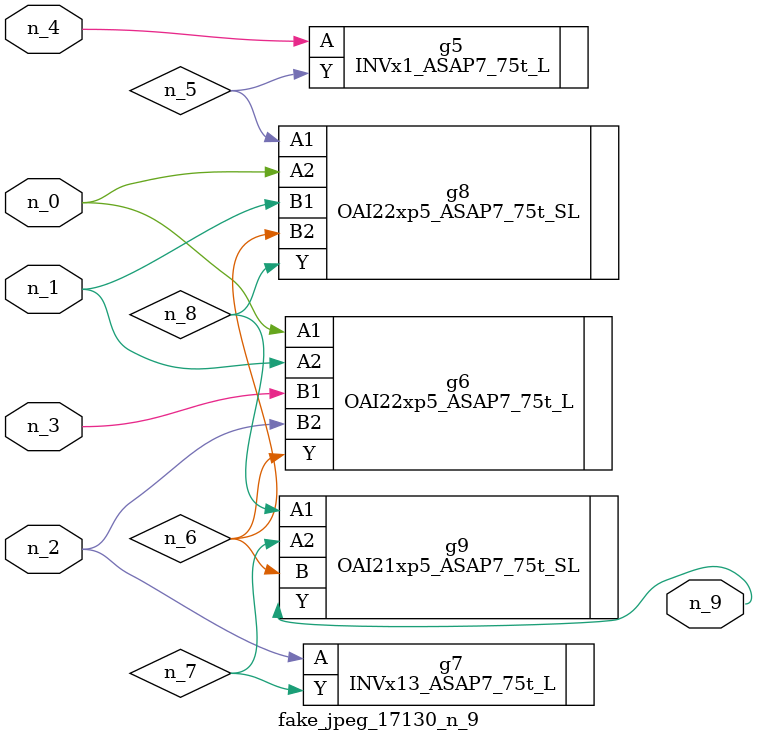
<source format=v>
module fake_jpeg_17130_n_9 (n_3, n_2, n_1, n_0, n_4, n_9);

input n_3;
input n_2;
input n_1;
input n_0;
input n_4;

output n_9;

wire n_8;
wire n_6;
wire n_5;
wire n_7;

INVx1_ASAP7_75t_L g5 ( 
.A(n_4),
.Y(n_5)
);

OAI22xp5_ASAP7_75t_L g6 ( 
.A1(n_0),
.A2(n_1),
.B1(n_3),
.B2(n_2),
.Y(n_6)
);

INVx13_ASAP7_75t_L g7 ( 
.A(n_2),
.Y(n_7)
);

OAI22xp5_ASAP7_75t_SL g8 ( 
.A1(n_5),
.A2(n_0),
.B1(n_1),
.B2(n_6),
.Y(n_8)
);

OAI21xp5_ASAP7_75t_SL g9 ( 
.A1(n_8),
.A2(n_7),
.B(n_6),
.Y(n_9)
);


endmodule
</source>
